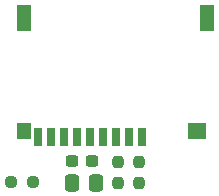
<source format=gbr>
%TF.GenerationSoftware,KiCad,Pcbnew,7.0.2*%
%TF.CreationDate,2024-04-03T12:52:24+03:00*%
%TF.ProjectId,gps_tracer,6770735f-7472-4616-9365-722e6b696361,rev?*%
%TF.SameCoordinates,Original*%
%TF.FileFunction,Paste,Bot*%
%TF.FilePolarity,Positive*%
%FSLAX46Y46*%
G04 Gerber Fmt 4.6, Leading zero omitted, Abs format (unit mm)*
G04 Created by KiCad (PCBNEW 7.0.2) date 2024-04-03 12:52:24*
%MOMM*%
%LPD*%
G01*
G04 APERTURE LIST*
G04 Aperture macros list*
%AMRoundRect*
0 Rectangle with rounded corners*
0 $1 Rounding radius*
0 $2 $3 $4 $5 $6 $7 $8 $9 X,Y pos of 4 corners*
0 Add a 4 corners polygon primitive as box body*
4,1,4,$2,$3,$4,$5,$6,$7,$8,$9,$2,$3,0*
0 Add four circle primitives for the rounded corners*
1,1,$1+$1,$2,$3*
1,1,$1+$1,$4,$5*
1,1,$1+$1,$6,$7*
1,1,$1+$1,$8,$9*
0 Add four rect primitives between the rounded corners*
20,1,$1+$1,$2,$3,$4,$5,0*
20,1,$1+$1,$4,$5,$6,$7,0*
20,1,$1+$1,$6,$7,$8,$9,0*
20,1,$1+$1,$8,$9,$2,$3,0*%
G04 Aperture macros list end*
%ADD10RoundRect,0.237500X-0.237500X0.250000X-0.237500X-0.250000X0.237500X-0.250000X0.237500X0.250000X0*%
%ADD11RoundRect,0.237500X0.300000X0.237500X-0.300000X0.237500X-0.300000X-0.237500X0.300000X-0.237500X0*%
%ADD12RoundRect,0.250000X0.337500X0.475000X-0.337500X0.475000X-0.337500X-0.475000X0.337500X-0.475000X0*%
%ADD13RoundRect,0.237500X-0.250000X-0.237500X0.250000X-0.237500X0.250000X0.237500X-0.250000X0.237500X0*%
%ADD14R,1.200000X2.200000*%
%ADD15R,1.200000X1.400000*%
%ADD16R,1.600000X1.400000*%
%ADD17R,0.700000X1.600000*%
G04 APERTURE END LIST*
D10*
%TO.C,R10*%
X65667468Y-55576855D03*
X65667468Y-53751855D03*
%TD*%
D11*
%TO.C,C16*%
X63430068Y-53671855D03*
X61705068Y-53671855D03*
%TD*%
D12*
%TO.C,C1*%
X63780068Y-55526055D03*
X61705068Y-55526055D03*
%TD*%
D13*
%TO.C,R12*%
X56575000Y-55500000D03*
X58400000Y-55500000D03*
%TD*%
D10*
%TO.C,R24*%
X67445468Y-55580655D03*
X67445468Y-53755655D03*
%TD*%
D14*
%TO.C,J5*%
X57686868Y-41549655D03*
D15*
X57686868Y-51149655D03*
D16*
X72286868Y-51149655D03*
D14*
X73186868Y-41549655D03*
D17*
X58886868Y-51649655D03*
X59986868Y-51649655D03*
X61086868Y-51649655D03*
X62186868Y-51649655D03*
X63286868Y-51649655D03*
X64386868Y-51649655D03*
X65486868Y-51649655D03*
X66586868Y-51649655D03*
X67686868Y-51649655D03*
%TD*%
M02*

</source>
